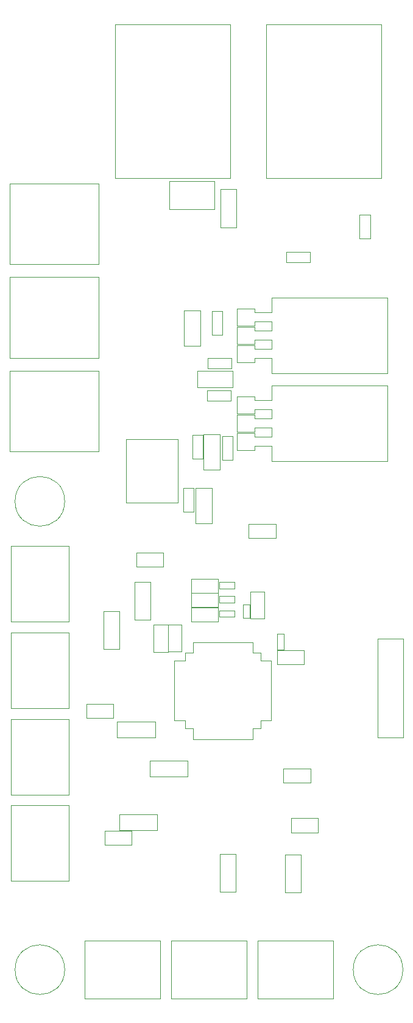
<source format=gbr>
%TF.GenerationSoftware,KiCad,Pcbnew,9.0.2-9.0.2-0~ubuntu24.04.1*%
%TF.CreationDate,2025-05-30T10:59:00-03:00*%
%TF.ProjectId,MSG25,4d534732-352e-46b6-9963-61645f706362,rev?*%
%TF.SameCoordinates,Original*%
%TF.FileFunction,Other,User*%
%FSLAX46Y46*%
G04 Gerber Fmt 4.6, Leading zero omitted, Abs format (unit mm)*
G04 Created by KiCad (PCBNEW 9.0.2-9.0.2-0~ubuntu24.04.1) date 2025-05-30 10:59:00*
%MOMM*%
%LPD*%
G01*
G04 APERTURE LIST*
%ADD10C,0.050000*%
G04 APERTURE END LIST*
D10*
%TO.C,D3*%
X124510000Y-107775000D02*
X126710000Y-107775000D01*
X124510000Y-113075000D02*
X124510000Y-107775000D01*
X126710000Y-107775000D02*
X126710000Y-113075000D01*
X126710000Y-113075000D02*
X124510000Y-113075000D01*
%TO.C,C212*%
X136730000Y-107295000D02*
X140490000Y-107295000D01*
X136730000Y-109255000D02*
X136730000Y-107295000D01*
X140490000Y-107295000D02*
X140490000Y-109255000D01*
X140490000Y-109255000D02*
X136730000Y-109255000D01*
%TO.C,C207*%
X136730000Y-105295000D02*
X140490000Y-105295000D01*
X136730000Y-107255000D02*
X136730000Y-105295000D01*
X140490000Y-105295000D02*
X140490000Y-107255000D01*
X140490000Y-107255000D02*
X136730000Y-107255000D01*
%TO.C,J106*%
X147130000Y-26399000D02*
X147130000Y-47735000D01*
X147131000Y-26399000D02*
X163151000Y-26399000D01*
X163150000Y-47735000D02*
X147130000Y-47735000D01*
X163150000Y-47735000D02*
X163151000Y-26399000D01*
%TO.C,C209*%
X140615000Y-105715000D02*
X142795000Y-105715000D01*
X140615000Y-106635000D02*
X140615000Y-105715000D01*
X142795000Y-105715000D02*
X142795000Y-106635000D01*
X142795000Y-106635000D02*
X140615000Y-106635000D01*
%TO.C,C122*%
X137580000Y-74425000D02*
X142540000Y-74425000D01*
X137580000Y-76725000D02*
X137580000Y-74425000D01*
X142540000Y-74425000D02*
X142540000Y-76725000D01*
X142540000Y-76725000D02*
X137580000Y-76725000D01*
%TO.C,C127*%
X138410000Y-83245000D02*
X140710000Y-83245000D01*
X138410000Y-88205000D02*
X138410000Y-83245000D01*
X140710000Y-83245000D02*
X140710000Y-88205000D01*
X140710000Y-88205000D02*
X138410000Y-88205000D01*
%TO.C,C121*%
X138947500Y-77145000D02*
X142247500Y-77145000D01*
X138947500Y-78605000D02*
X138947500Y-77145000D01*
X142247500Y-77145000D02*
X142247500Y-78605000D01*
X142247500Y-78605000D02*
X138947500Y-78605000D01*
%TO.C,C211*%
X148700000Y-110985000D02*
X149620000Y-110985000D01*
X148700000Y-113165000D02*
X148700000Y-110985000D01*
X149620000Y-110985000D02*
X149620000Y-113165000D01*
X149620000Y-113165000D02*
X148700000Y-113165000D01*
%TO.C,J102*%
X162660000Y-111595000D02*
X166210000Y-111595000D01*
X162660000Y-125295000D02*
X162660000Y-111595000D01*
X166210000Y-111595000D02*
X166210000Y-125295000D01*
X166210000Y-125295000D02*
X162660000Y-125295000D01*
%TO.C,C124*%
X139060000Y-72695000D02*
X142360000Y-72695000D01*
X139060000Y-74155000D02*
X139060000Y-72695000D01*
X142360000Y-72695000D02*
X142360000Y-74155000D01*
X142360000Y-74155000D02*
X139060000Y-74155000D01*
%TO.C,H101*%
X119150000Y-92555000D02*
G75*
G02*
X112250000Y-92555000I-3450000J0D01*
G01*
X112250000Y-92555000D02*
G75*
G02*
X119150000Y-92555000I3450000J0D01*
G01*
%TO.C,C23*%
X150630000Y-136545000D02*
X154390000Y-136545000D01*
X150630000Y-138505000D02*
X150630000Y-136545000D01*
X154390000Y-136545000D02*
X154390000Y-138505000D01*
X154390000Y-138505000D02*
X150630000Y-138505000D01*
%TO.C,-Temp1+1*%
X121950000Y-153555000D02*
X121950000Y-161555000D01*
X121950000Y-153555000D02*
X132450000Y-153555000D01*
X132450000Y-161555000D02*
X121950000Y-161555000D01*
X132450000Y-161555000D02*
X132450000Y-153555000D01*
%TO.C,U103*%
X143080000Y-65775000D02*
X145580000Y-65775000D01*
X143080000Y-68195000D02*
X143080000Y-65775000D01*
X143080000Y-68315000D02*
X145580000Y-68315000D01*
X143080000Y-70735000D02*
X143080000Y-68315000D01*
X143080000Y-70855000D02*
X145580000Y-70855000D01*
X143080000Y-73275000D02*
X143080000Y-70855000D01*
X145580000Y-65775000D02*
X145580000Y-66355000D01*
X145580000Y-66355000D02*
X147890000Y-66355000D01*
X145580000Y-67615000D02*
X145580000Y-68195000D01*
X145580000Y-68195000D02*
X143080000Y-68195000D01*
X145580000Y-68315000D02*
X145580000Y-68895000D01*
X145580000Y-68895000D02*
X147890000Y-68895000D01*
X145580000Y-70155000D02*
X145580000Y-70735000D01*
X145580000Y-70735000D02*
X143080000Y-70735000D01*
X145580000Y-70855000D02*
X145580000Y-71435000D01*
X145580000Y-71435000D02*
X147890000Y-71435000D01*
X145580000Y-72695000D02*
X145580000Y-73275000D01*
X145580000Y-73275000D02*
X143080000Y-73275000D01*
X147890000Y-64275000D02*
X164040000Y-64275000D01*
X147890000Y-66355000D02*
X147890000Y-64275000D01*
X147890000Y-67615000D02*
X145580000Y-67615000D01*
X147890000Y-68895000D02*
X147890000Y-67615000D01*
X147890000Y-70155000D02*
X145580000Y-70155000D01*
X147890000Y-71435000D02*
X147890000Y-70155000D01*
X147890000Y-72695000D02*
X145580000Y-72695000D01*
X147890000Y-74775000D02*
X147890000Y-72695000D01*
X164040000Y-64275000D02*
X164040000Y-74775000D01*
X164040000Y-74775000D02*
X147890000Y-74775000D01*
%TO.C,R202*%
X144960000Y-105125000D02*
X146860000Y-105125000D01*
X144960000Y-108825000D02*
X144960000Y-105125000D01*
X146860000Y-105125000D02*
X146860000Y-108825000D01*
X146860000Y-108825000D02*
X144960000Y-108825000D01*
%TO.C,C22*%
X124700000Y-138295000D02*
X128460000Y-138295000D01*
X124700000Y-140255000D02*
X124700000Y-138295000D01*
X128460000Y-138295000D02*
X128460000Y-140255000D01*
X128460000Y-140255000D02*
X124700000Y-140255000D01*
%TO.C,C119*%
X139580000Y-66175000D02*
X141040000Y-66175000D01*
X139580000Y-69475000D02*
X139580000Y-66175000D01*
X141040000Y-66175000D02*
X141040000Y-69475000D01*
X141040000Y-69475000D02*
X139580000Y-69475000D01*
%TO.C,C20*%
X144740000Y-95665000D02*
X148500000Y-95665000D01*
X144740000Y-97625000D02*
X144740000Y-95665000D01*
X148500000Y-95665000D02*
X148500000Y-97625000D01*
X148500000Y-97625000D02*
X144740000Y-97625000D01*
%TO.C,C21*%
X129080000Y-99645000D02*
X132840000Y-99645000D01*
X129080000Y-101605000D02*
X129080000Y-99645000D01*
X132840000Y-99645000D02*
X132840000Y-101605000D01*
X132840000Y-101605000D02*
X129080000Y-101605000D01*
%TO.C,C131*%
X149940000Y-57935000D02*
X153240000Y-57935000D01*
X149940000Y-59395000D02*
X149940000Y-57935000D01*
X153240000Y-57935000D02*
X153240000Y-59395000D01*
X153240000Y-59395000D02*
X149940000Y-59395000D01*
%TO.C,C210*%
X140615000Y-107685000D02*
X142795000Y-107685000D01*
X140615000Y-108605000D02*
X140615000Y-107685000D01*
X142795000Y-107685000D02*
X142795000Y-108605000D01*
X142795000Y-108605000D02*
X140615000Y-108605000D01*
%TO.C,C132*%
X160150000Y-52805000D02*
X161610000Y-52805000D01*
X160150000Y-56105000D02*
X160150000Y-52805000D01*
X161610000Y-52805000D02*
X161610000Y-56105000D01*
X161610000Y-56105000D02*
X160150000Y-56105000D01*
%TO.C,U106*%
X127660000Y-83925000D02*
X127660000Y-92725000D01*
X127660000Y-92725000D02*
X134860000Y-92725000D01*
X134860000Y-83925000D02*
X127660000Y-83925000D01*
X134860000Y-92725000D02*
X134860000Y-83925000D01*
%TO.C,D8*%
X126710000Y-135975000D02*
X132010000Y-135975000D01*
X126710000Y-138175000D02*
X126710000Y-135975000D01*
X132010000Y-135975000D02*
X132010000Y-138175000D01*
X132010000Y-138175000D02*
X126710000Y-138175000D01*
%TO.C,D4*%
X128860000Y-103725000D02*
X131060000Y-103725000D01*
X128860000Y-109025000D02*
X128860000Y-103725000D01*
X131060000Y-103725000D02*
X131060000Y-109025000D01*
X131060000Y-109025000D02*
X128860000Y-109025000D01*
%TO.C,U502*%
X143080000Y-77975000D02*
X145580000Y-77975000D01*
X143080000Y-80395000D02*
X143080000Y-77975000D01*
X143080000Y-80515000D02*
X145580000Y-80515000D01*
X143080000Y-82935000D02*
X143080000Y-80515000D01*
X143080000Y-83055000D02*
X145580000Y-83055000D01*
X143080000Y-85475000D02*
X143080000Y-83055000D01*
X145580000Y-77975000D02*
X145580000Y-78555000D01*
X145580000Y-78555000D02*
X147890000Y-78555000D01*
X145580000Y-79815000D02*
X145580000Y-80395000D01*
X145580000Y-80395000D02*
X143080000Y-80395000D01*
X145580000Y-80515000D02*
X145580000Y-81095000D01*
X145580000Y-81095000D02*
X147890000Y-81095000D01*
X145580000Y-82355000D02*
X145580000Y-82935000D01*
X145580000Y-82935000D02*
X143080000Y-82935000D01*
X145580000Y-83055000D02*
X145580000Y-83635000D01*
X145580000Y-83635000D02*
X147890000Y-83635000D01*
X145580000Y-84895000D02*
X145580000Y-85475000D01*
X145580000Y-85475000D02*
X143080000Y-85475000D01*
X147890000Y-76475000D02*
X164040000Y-76475000D01*
X147890000Y-78555000D02*
X147890000Y-76475000D01*
X147890000Y-79815000D02*
X145580000Y-79815000D01*
X147890000Y-81095000D02*
X147890000Y-79815000D01*
X147890000Y-82355000D02*
X145580000Y-82355000D01*
X147890000Y-83635000D02*
X147890000Y-82355000D01*
X147890000Y-84895000D02*
X145580000Y-84895000D01*
X147890000Y-86975000D02*
X147890000Y-84895000D01*
X164040000Y-76475000D02*
X164040000Y-86975000D01*
X164040000Y-86975000D02*
X147890000Y-86975000D01*
%TO.C,C126*%
X136880000Y-83375000D02*
X138340000Y-83375000D01*
X136880000Y-86675000D02*
X136880000Y-83375000D01*
X138340000Y-83375000D02*
X138340000Y-86675000D01*
X138340000Y-86675000D02*
X136880000Y-86675000D01*
%TO.C,C25*%
X149540000Y-129645000D02*
X153300000Y-129645000D01*
X149540000Y-131605000D02*
X149540000Y-129645000D01*
X153300000Y-129645000D02*
X153300000Y-131605000D01*
X153300000Y-131605000D02*
X149540000Y-131605000D01*
%TO.C,D5*%
X126410000Y-123125000D02*
X131710000Y-123125000D01*
X126410000Y-125325000D02*
X126410000Y-123125000D01*
X131710000Y-123125000D02*
X131710000Y-125325000D01*
X131710000Y-125325000D02*
X126410000Y-125325000D01*
%TO.C,C117*%
X135710000Y-66045000D02*
X138010000Y-66045000D01*
X135710000Y-71005000D02*
X135710000Y-66045000D01*
X138010000Y-66045000D02*
X138010000Y-71005000D01*
X138010000Y-71005000D02*
X135710000Y-71005000D01*
%TO.C,D108*%
X140810000Y-49225000D02*
X143010000Y-49225000D01*
X140810000Y-54525000D02*
X140810000Y-49225000D01*
X143010000Y-49225000D02*
X143010000Y-54525000D01*
X143010000Y-54525000D02*
X140810000Y-54525000D01*
%TO.C,D7*%
X140710000Y-141475000D02*
X142910000Y-141475000D01*
X140710000Y-146775000D02*
X140710000Y-141475000D01*
X142910000Y-141475000D02*
X142910000Y-146775000D01*
X142910000Y-146775000D02*
X140710000Y-146775000D01*
%TO.C,Cell3*%
X111700000Y-133265000D02*
X111700000Y-122765000D01*
X111700000Y-133265000D02*
X119700000Y-133265000D01*
X119700000Y-122765000D02*
X111700000Y-122765000D01*
X119700000Y-122765000D02*
X119700000Y-133265000D01*
%TO.C,-Temp3+1*%
X145950000Y-153555000D02*
X145950000Y-161555000D01*
X145950000Y-153555000D02*
X156450000Y-153555000D01*
X156450000Y-161555000D02*
X145950000Y-161555000D01*
X156450000Y-161555000D02*
X156450000Y-153555000D01*
%TO.C,C205*%
X131530000Y-109695000D02*
X133490000Y-109695000D01*
X131530000Y-113455000D02*
X131530000Y-109695000D01*
X133490000Y-109695000D02*
X133490000Y-113455000D01*
X133490000Y-113455000D02*
X131530000Y-113455000D01*
%TO.C,R203*%
X133510000Y-109675000D02*
X135410000Y-109675000D01*
X133510000Y-113375000D02*
X133510000Y-109675000D01*
X135410000Y-109675000D02*
X135410000Y-113375000D01*
X135410000Y-113375000D02*
X133510000Y-113375000D01*
%TO.C,J9*%
X111550000Y-61455000D02*
X111550000Y-72655000D01*
X111550000Y-72655000D02*
X123850000Y-72655000D01*
X123850000Y-61455000D02*
X111550000Y-61455000D01*
X123850000Y-72655000D02*
X123850000Y-61455000D01*
%TO.C,+Banco1-1*%
X111700000Y-145265000D02*
X111700000Y-134765000D01*
X111700000Y-145265000D02*
X119700000Y-145265000D01*
X119700000Y-134765000D02*
X111700000Y-134765000D01*
X119700000Y-134765000D02*
X119700000Y-145265000D01*
%TO.C,R201*%
X143940000Y-106895000D02*
X144880000Y-106895000D01*
X143940000Y-108755000D02*
X143940000Y-106895000D01*
X144880000Y-106895000D02*
X144880000Y-108755000D01*
X144880000Y-108755000D02*
X143940000Y-108755000D01*
%TO.C,Cell2*%
X111700000Y-121265000D02*
X111700000Y-110765000D01*
X111700000Y-121265000D02*
X119700000Y-121265000D01*
X119700000Y-110765000D02*
X111700000Y-110765000D01*
X119700000Y-110765000D02*
X119700000Y-121265000D01*
%TO.C,U202*%
X134410000Y-114700000D02*
X135860000Y-114700000D01*
X134410000Y-123000000D02*
X134410000Y-114700000D01*
X135860000Y-113600000D02*
X136960000Y-113600000D01*
X135860000Y-114700000D02*
X135860000Y-113600000D01*
X135860000Y-123000000D02*
X134410000Y-123000000D01*
X135860000Y-124100000D02*
X135860000Y-123000000D01*
X136960000Y-112150000D02*
X145260000Y-112150000D01*
X136960000Y-113600000D02*
X136960000Y-112150000D01*
X136960000Y-124100000D02*
X135860000Y-124100000D01*
X136960000Y-125550000D02*
X136960000Y-124100000D01*
X145260000Y-112150000D02*
X145260000Y-113600000D01*
X145260000Y-113600000D02*
X146360000Y-113600000D01*
X145260000Y-124100000D02*
X145260000Y-125550000D01*
X145260000Y-125550000D02*
X136960000Y-125550000D01*
X146360000Y-113600000D02*
X146360000Y-114700000D01*
X146360000Y-114700000D02*
X147810000Y-114700000D01*
X146360000Y-123000000D02*
X146360000Y-124100000D01*
X146360000Y-124100000D02*
X145260000Y-124100000D01*
X147810000Y-114700000D02*
X147810000Y-123000000D01*
X147810000Y-123000000D02*
X146360000Y-123000000D01*
%TO.C,J101*%
X111550000Y-74455000D02*
X111550000Y-85655000D01*
X111550000Y-85655000D02*
X123850000Y-85655000D01*
X123850000Y-74455000D02*
X111550000Y-74455000D01*
X123850000Y-85655000D02*
X123850000Y-74455000D01*
%TO.C,H103*%
X119150000Y-157555000D02*
G75*
G02*
X112250000Y-157555000I-3450000J0D01*
G01*
X112250000Y-157555000D02*
G75*
G02*
X119150000Y-157555000I3450000J0D01*
G01*
%TO.C,C130*%
X137310000Y-90695000D02*
X139610000Y-90695000D01*
X137310000Y-95655000D02*
X137310000Y-90695000D01*
X139610000Y-90695000D02*
X139610000Y-95655000D01*
X139610000Y-95655000D02*
X137310000Y-95655000D01*
%TO.C,J8*%
X111550000Y-48455000D02*
X111550000Y-59655000D01*
X111550000Y-59655000D02*
X123850000Y-59655000D01*
X123850000Y-48455000D02*
X111550000Y-48455000D01*
X123850000Y-59655000D02*
X123850000Y-48455000D01*
%TO.C,H104*%
X166150000Y-157555000D02*
G75*
G02*
X159250000Y-157555000I-3450000J0D01*
G01*
X159250000Y-157555000D02*
G75*
G02*
X166150000Y-157555000I3450000J0D01*
G01*
%TO.C,C24*%
X122180000Y-120645000D02*
X125940000Y-120645000D01*
X122180000Y-122605000D02*
X122180000Y-120645000D01*
X125940000Y-120645000D02*
X125940000Y-122605000D01*
X125940000Y-122605000D02*
X122180000Y-122605000D01*
%TO.C,C206*%
X136730000Y-103295000D02*
X140490000Y-103295000D01*
X136730000Y-105255000D02*
X136730000Y-103295000D01*
X140490000Y-103295000D02*
X140490000Y-105255000D01*
X140490000Y-105255000D02*
X136730000Y-105255000D01*
%TO.C,C213*%
X148680000Y-113195000D02*
X152440000Y-113195000D01*
X148680000Y-115155000D02*
X148680000Y-113195000D01*
X152440000Y-113195000D02*
X152440000Y-115155000D01*
X152440000Y-115155000D02*
X148680000Y-115155000D01*
%TO.C,J105*%
X126130000Y-26399000D02*
X126130000Y-47735000D01*
X126131000Y-26399000D02*
X142151000Y-26399000D01*
X142150000Y-47735000D02*
X126130000Y-47735000D01*
X142150000Y-47735000D02*
X142151000Y-26399000D01*
%TO.C,Cell1*%
X111700000Y-109265000D02*
X111700000Y-98765000D01*
X111700000Y-109265000D02*
X119700000Y-109265000D01*
X119700000Y-98765000D02*
X111700000Y-98765000D01*
X119700000Y-98765000D02*
X119700000Y-109265000D01*
%TO.C,C128*%
X141030000Y-83537500D02*
X142490000Y-83537500D01*
X141030000Y-86837500D02*
X141030000Y-83537500D01*
X142490000Y-83537500D02*
X142490000Y-86837500D01*
X142490000Y-86837500D02*
X141030000Y-86837500D01*
%TO.C,D6*%
X130960000Y-128525000D02*
X136260000Y-128525000D01*
X130960000Y-130725000D02*
X130960000Y-128525000D01*
X136260000Y-128525000D02*
X136260000Y-130725000D01*
X136260000Y-130725000D02*
X130960000Y-130725000D01*
%TO.C,-Temp2+1*%
X133950000Y-153555000D02*
X133950000Y-161555000D01*
X133950000Y-153555000D02*
X144450000Y-153555000D01*
X144450000Y-161555000D02*
X133950000Y-161555000D01*
X144450000Y-161555000D02*
X144450000Y-153555000D01*
%TO.C,C208*%
X140615000Y-103745000D02*
X142795000Y-103745000D01*
X140615000Y-104665000D02*
X140615000Y-103745000D01*
X142795000Y-103745000D02*
X142795000Y-104665000D01*
X142795000Y-104665000D02*
X140615000Y-104665000D01*
%TO.C,D9*%
X149810000Y-141575000D02*
X152010000Y-141575000D01*
X149810000Y-146875000D02*
X149810000Y-141575000D01*
X152010000Y-141575000D02*
X152010000Y-146875000D01*
X152010000Y-146875000D02*
X149810000Y-146875000D01*
%TO.C,F101*%
X133730000Y-48125000D02*
X139990000Y-48125000D01*
X133730000Y-52025000D02*
X133730000Y-48125000D01*
X139990000Y-48125000D02*
X139990000Y-52025000D01*
X139990000Y-52025000D02*
X133730000Y-52025000D01*
%TO.C,C129*%
X135630000Y-90675000D02*
X137090000Y-90675000D01*
X135630000Y-93975000D02*
X135630000Y-90675000D01*
X137090000Y-90675000D02*
X137090000Y-93975000D01*
X137090000Y-93975000D02*
X135630000Y-93975000D01*
%TD*%
M02*

</source>
